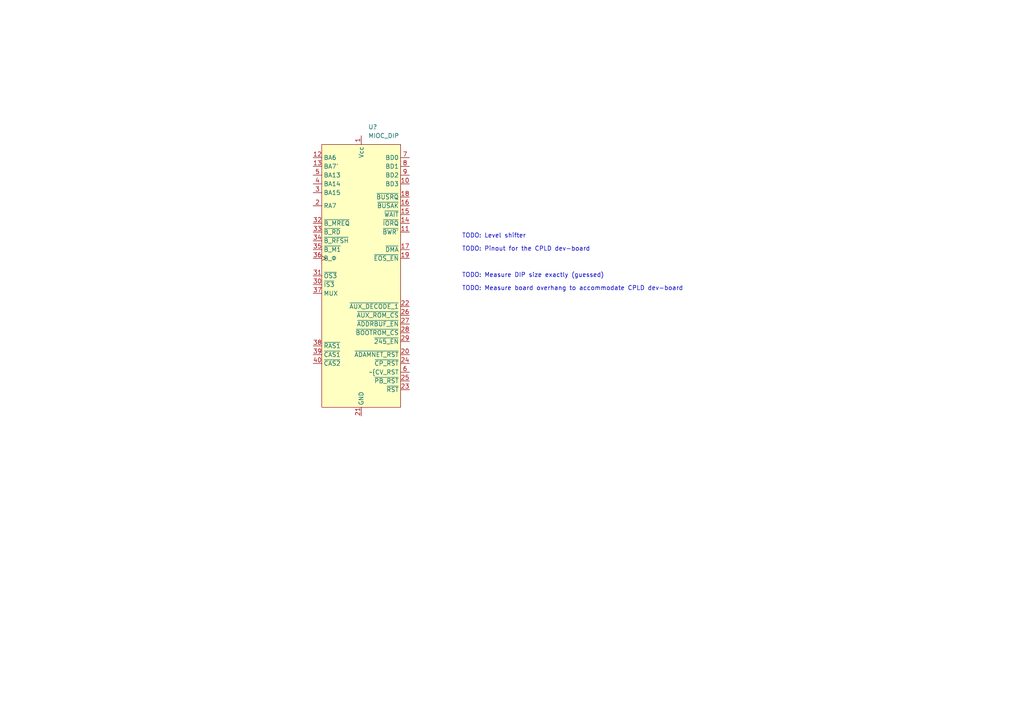
<source format=kicad_sch>
(kicad_sch (version 20211123) (generator eeschema)
  (paper "A4")
  (lib_symbols
    (symbol "MIOC:MIOC_DIP"
      (property "Reference" "U" (at 0 0 0))
      (property "Value" "MIOC_DIP" (at 0 -82.55 0))
      (symbol "MIOC_DIP_0_1"
        (rectangle (start -11.43 8.89) (end 11.43 -67.31) (fill (type background)))
      )
      (symbol "MIOC_DIP_1_1"
        (pin power_out line (at 0 11.43 270) (length 2.54) (name "Vcc") (number "1"))
        (pin bidirectional line (at 13.97 -2.54 180) (length 2.54) (name "BD3") (number "10"))
        (pin output line (at 13.97 -16.51 180) (length 2.54) (name "~{BWR'}") (number "11"))
        (pin input line (at -13.97 5.08 0) (length 2.54) (name "BA6") (number "12"))
        (pin input line (at -13.97 2.54 0) (length 2.54) (name "BA7'") (number "13"))
        (pin output line (at 13.97 -13.97 180) (length 2.54) (name "~{IORQ}") (number "14"))
        (pin output line (at 13.97 -11.43 180) (length 2.54) (name "~{WAIT}") (number "15"))
        (pin output line (at 13.97 -8.89 180) (length 2.54) (name "~{BUSAK}") (number "16"))
        (pin output line (at 13.97 -21.59 180) (length 2.54) (name "~{DMA}") (number "17"))
        (pin input line (at 13.97 -6.35 180) (length 2.54) (name "~{BUSRQ}") (number "18"))
        (pin input line (at 13.97 -24.13 180) (length 2.54) (name "~{EOS_EN}") (number "19"))
        (pin input line (at -13.97 -8.89 0) (length 2.54) (name "RA7") (number "2"))
        (pin input line (at 13.97 -52.07 180) (length 2.54) (name "~{ADAMNET_RST}") (number "20"))
        (pin power_out line (at 0 -69.85 90) (length 2.54) (name "GND") (number "21"))
        (pin input line (at 13.97 -38.1 180) (length 2.54) (name "~{AUX_DECODE_1}") (number "22"))
        (pin input line (at 13.97 -62.23 180) (length 2.54) (name "~{RST}") (number "23"))
        (pin unspecified line (at 13.97 -54.61 180) (length 2.54) (name "~{CP_RST}") (number "24"))
        (pin output line (at 13.97 -59.69 180) (length 2.54) (name "~{PB_RST}") (number "25"))
        (pin input line (at 13.97 -40.64 180) (length 2.54) (name "~{AUX_ROM_CS}") (number "26"))
        (pin input line (at 13.97 -43.18 180) (length 2.54) (name "~{ADDRBUF_EN}") (number "27"))
        (pin input line (at 13.97 -45.72 180) (length 2.54) (name "~{BOOTROM_CS}") (number "28"))
        (pin input line (at 13.97 -48.26 180) (length 2.54) (name "~{245_EN}") (number "29"))
        (pin input line (at -13.97 -5.08 0) (length 2.54) (name "BA15") (number "3"))
        (pin input line (at -13.97 -31.75 0) (length 2.54) (name "~{IS3}") (number "30"))
        (pin output line (at -13.97 -29.21 0) (length 2.54) (name "~{OS3}") (number "31"))
        (pin output line (at -13.97 -13.97 0) (length 2.54) (name "~{B_MREQ}") (number "32"))
        (pin output line (at -13.97 -16.51 0) (length 2.54) (name "~{B_RD}") (number "33"))
        (pin output line (at -13.97 -19.05 0) (length 2.54) (name "~{B_RFSH}") (number "34"))
        (pin output line (at -13.97 -21.59 0) (length 2.54) (name "~{B_M1}") (number "35"))
        (pin output clock (at -13.97 -24.13 0) (length 2.54) (name "B_Φ") (number "36"))
        (pin input line (at -13.97 -34.29 0) (length 2.54) (name "MUX") (number "37"))
        (pin input line (at -13.97 -49.53 0) (length 2.54) (name "~{RAS1}") (number "38"))
        (pin input line (at -13.97 -52.07 0) (length 2.54) (name "~{CAS1}") (number "39"))
        (pin input line (at -13.97 -2.54 0) (length 2.54) (name "BA14") (number "4"))
        (pin input line (at -13.97 -54.61 0) (length 2.54) (name "~{CAS2}") (number "40"))
        (pin input line (at -13.97 0 0) (length 2.54) (name "BA13") (number "5"))
        (pin output line (at 13.97 -57.15 180) (length 2.54) (name "~{CV_RST") (number "6"))
        (pin bidirectional line (at 13.97 5.08 180) (length 2.54) (name "BD0") (number "7"))
        (pin bidirectional line (at 13.97 2.54 180) (length 2.54) (name "BD1") (number "8"))
        (pin bidirectional line (at 13.97 0 180) (length 2.54) (name "BD2") (number "9"))
      )
    )
  )
  (text "TODO: Level shifter" (at 133.985 69.215 0) (effects (font (size 1.27 1.27)) (justify left bottom)))
  (text "TODO: Measure DIP size exactly (guessed)" (at 133.985 80.645 0) (effects (font (size 1.27 1.27)) (justify left bottom)))
  (text "TODO: Measure board overhang to accommodate CPLD dev-board" (at 133.985 84.455 0) (effects (font (size 1.27 1.27)) (justify left bottom)))
  (text "TODO: Pinout for the CPLD dev-board" (at 133.985 73.025 0) (effects (font (size 1.27 1.27)) (justify left bottom)))
  (symbol (lib_id "MIOC:MIOC_DIP") (at 104.775 50.8 0) (unit 1)
    (property "Reference" "U?" (at 106.7944 36.83 0) (effects (justify left)))
    (property "Value" "MIOC_DIP" (at 106.7944 39.37 0) (effects (justify left)))
    (property "Footprint" "Package_DIP:DIP-40_W25.4mm" (effects hide))
  )
)
</source>
